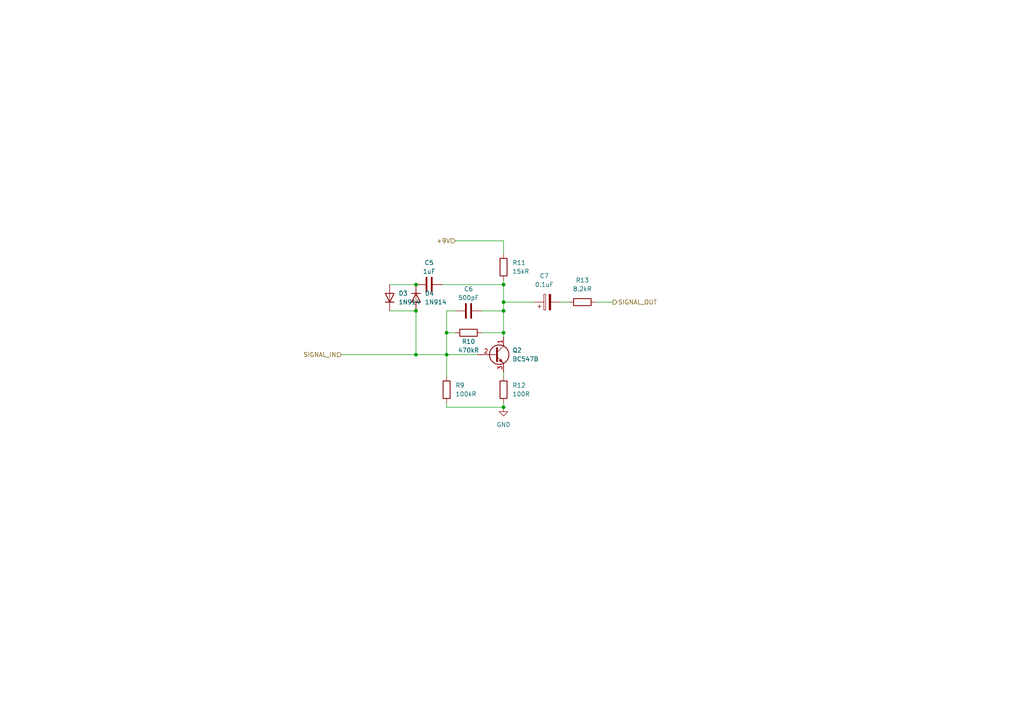
<source format=kicad_sch>
(kicad_sch (version 20211123) (generator eeschema)
  (paper "A4")
  (lib_symbols
    (symbol "Device:C" (pin_numbers hide) (pin_names (offset 0.254))
      (property "Reference" "C" (at 0.635 2.54 0))
      (property "Value" "C" (at 0.635 -2.54 0))
      (symbol "C_0_1"
        (polyline (pts (xy -2.032 -0.762) (xy 2.032 -0.762)) (stroke (width 0.508)))
        (polyline (pts (xy -2.032 0.762) (xy 2.032 0.762)) (stroke (width 0.508)))
      )
      (symbol "C_1_1"
        (pin passive line (at 0 3.81 270) (length 2.794) (name "~") (number "1"))
        (pin passive line (at 0 -3.81 90) (length 2.794) (name "~") (number "2"))
      )
    )
    (symbol "Device:C_Polarized" (pin_numbers hide) (pin_names (offset 0.254))
      (property "Reference" "C" (at 0.635 2.54 0))
      (property "Value" "C_Polarized" (at 0.635 -2.54 0))
      (symbol "C_Polarized_0_1"
        (rectangle (start -2.286 0.508) (end 2.286 1.016))
        (polyline (pts (xy -1.778 2.286) (xy -0.762 2.286)))
        (polyline (pts (xy -1.27 2.794) (xy -1.27 1.778)))
        (rectangle (start 2.286 -0.508) (end -2.286 -1.016) (fill (type outline)))
      )
      (symbol "C_Polarized_1_1"
        (pin passive line (at 0 3.81 270) (length 2.794) (name "~") (number "1"))
        (pin passive line (at 0 -3.81 90) (length 2.794) (name "~") (number "2"))
      )
    )
    (symbol "Device:D" (pin_numbers hide) (pin_names (offset 1.016) hide)
      (property "Reference" "D" (at 0 2.54 0))
      (property "Value" "D" (at 0 -2.54 0))
      (symbol "D_0_1"
        (polyline (pts (xy -1.27 1.27) (xy -1.27 -1.27)) (stroke (width 0.254)))
        (polyline (pts (xy 1.27 0) (xy -1.27 0)))
        (polyline (pts (xy 1.27 1.27) (xy 1.27 -1.27) (xy -1.27 0) (xy 1.27 1.27)) (stroke (width 0.254)))
      )
      (symbol "D_1_1"
        (pin passive line (at -3.81 0 0) (length 2.54) (name "K") (number "1"))
        (pin passive line (at 3.81 0 180) (length 2.54) (name "A") (number "2"))
      )
    )
    (symbol "Device:R" (pin_numbers hide) (pin_names (offset 0))
      (property "Reference" "R" (at 2.032 0 90))
      (property "Value" "R" (at 0 0 90))
      (symbol "R_0_1"
        (rectangle (start -1.016 -2.54) (end 1.016 2.54) (stroke (width 0.254)))
      )
      (symbol "R_1_1"
        (pin passive line (at 0 3.81 270) (length 1.27) (name "~") (number "1"))
        (pin passive line (at 0 -3.81 90) (length 1.27) (name "~") (number "2"))
      )
    )
    (symbol "Transistor_BJT:BC547" (pin_names (offset 0) hide)
      (property "Reference" "Q" (at 5.08 1.905 0))
      (property "Value" "BC547" (at 5.08 0 0))
      (symbol "BC547_0_1"
        (polyline (pts (xy 0 0) (xy 0.635 0)))
        (polyline (pts (xy 0.635 0.635) (xy 2.54 2.54)))
        (polyline (pts (xy 0.635 -0.635) (xy 2.54 -2.54) (xy 2.54 -2.54)))
        (polyline (pts (xy 0.635 1.905) (xy 0.635 -1.905) (xy 0.635 -1.905)) (stroke (width 0.508)))
        (polyline (pts (xy 1.27 -1.778) (xy 1.778 -1.27) (xy 2.286 -2.286) (xy 1.27 -1.778) (xy 1.27 -1.778)) (fill (type outline)))
        (circle (center 1.27 0) (radius 2.8194) (stroke (width 0.254)))
      )
      (symbol "BC547_1_1"
        (pin passive line (at 2.54 5.08 270) (length 2.54) (name "C") (number "1"))
        (pin input line (at -5.08 0 0) (length 5.08) (name "B") (number "2"))
        (pin passive line (at 2.54 -5.08 90) (length 2.54) (name "E") (number "3"))
      )
    )
    (symbol "power:GND" (power) (pin_names (offset 0))
      (property "Value" "GND" (at 0 -3.81 0))
      (symbol "GND_0_1"
        (polyline (pts (xy 0 0) (xy 0 -1.27) (xy 1.27 -1.27) (xy 0 -2.54) (xy -1.27 -1.27) (xy 0 -1.27)))
      )
      (symbol "GND_1_1"
        (pin power_in line (at 0 0 270) (length 0) hide (name "GND") (number "1"))
      )
    )
  )
  (junction (at 129.54 102.87))
  (junction (at 146.05 82.55))
  (junction (at 146.05 87.63))
  (junction (at 120.65 102.87))
  (junction (at 129.54 96.52))
  (junction (at 146.05 118.11))
  (junction (at 146.05 90.17))
  (junction (at 146.05 96.52))
  (junction (at 120.65 82.55))
  (junction (at 120.65 90.17))
  (wire (pts (xy 146.05 116.84) (xy 146.05 118.11)))
  (wire (pts (xy 146.05 81.28) (xy 146.05 82.55)))
  (wire (pts (xy 129.54 90.17) (xy 129.54 96.52)))
  (wire (pts (xy 146.05 73.66) (xy 146.05 69.85)))
  (wire (pts (xy 113.03 82.55) (xy 120.65 82.55)))
  (wire (pts (xy 120.65 102.87) (xy 129.54 102.87)))
  (wire (pts (xy 129.54 96.52) (xy 129.54 102.87)))
  (wire (pts (xy 146.05 107.95) (xy 146.05 109.22)))
  (wire (pts (xy 129.54 96.52) (xy 132.08 96.52)))
  (wire (pts (xy 132.08 90.17) (xy 129.54 90.17)))
  (wire (pts (xy 146.05 87.63) (xy 154.94 87.63)))
  (wire (pts (xy 146.05 87.63) (xy 146.05 90.17)))
  (wire (pts (xy 120.65 102.87) (xy 120.65 90.17)))
  (wire (pts (xy 139.7 96.52) (xy 146.05 96.52)))
  (wire (pts (xy 99.06 102.87) (xy 120.65 102.87)))
  (wire (pts (xy 129.54 102.87) (xy 129.54 109.22)))
  (wire (pts (xy 172.72 87.63) (xy 177.8 87.63)))
  (wire (pts (xy 146.05 96.52) (xy 146.05 97.79)))
  (wire (pts (xy 138.43 102.87) (xy 129.54 102.87)))
  (wire (pts (xy 132.08 69.85) (xy 146.05 69.85)))
  (wire (pts (xy 139.7 90.17) (xy 146.05 90.17)))
  (wire (pts (xy 113.03 90.17) (xy 120.65 90.17)))
  (wire (pts (xy 146.05 82.55) (xy 146.05 87.63)))
  (wire (pts (xy 129.54 118.11) (xy 146.05 118.11)))
  (wire (pts (xy 162.56 87.63) (xy 165.1 87.63)))
  (wire (pts (xy 146.05 90.17) (xy 146.05 96.52)))
  (wire (pts (xy 128.27 82.55) (xy 146.05 82.55)))
  (wire (pts (xy 129.54 116.84) (xy 129.54 118.11)))
  (hierarchical_label "SIGNAL_IN" (shape input) (at 99.06 102.87 180))
  (hierarchical_label "SIGNAL_OUT" (shape output) (at 177.8 87.63 0))
  (hierarchical_label "+9V" (shape input) (at 132.08 69.85 180))
  (symbol (lib_id "Device:C") (at 135.89 90.17 90) (unit 1)
    (property "Reference" "C6" (at 135.89 83.82 90))
    (property "Value" "500pF" (at 135.89 86.36 90))
  )
  (symbol (lib_id "Device:C") (at 124.46 82.55 90) (unit 1)
    (property "Reference" "C5" (at 124.46 76.2 90))
    (property "Value" "1uF" (at 124.46 78.74 90))
  )
  (symbol (lib_id "Device:R") (at 146.05 113.03 0) (unit 1)
    (property "Reference" "R12" (at 148.59 111.7599 0) (effects (justify left)))
    (property "Value" "100R" (at 148.59 114.2999 0) (effects (justify left)))
  )
  (symbol (lib_id "Device:R") (at 129.54 113.03 0) (unit 1)
    (property "Reference" "R9" (at 132.08 111.7599 0) (effects (justify left)))
    (property "Value" "100kR" (at 132.08 114.2999 0) (effects (justify left)))
  )
  (symbol (lib_id "Device:R") (at 168.91 87.63 90) (unit 1)
    (property "Reference" "R13" (at 168.91 81.28 90))
    (property "Value" "8.2kR" (at 168.91 83.82 90))
  )
  (symbol (lib_id "power:GND") (at 146.05 118.11 0) (unit 1)
    (property "Reference" "#PWR?" (effects hide))
    (property "Value" "GND" (at 146.05 123.19 0))
  )
  (symbol (lib_id "Device:R") (at 146.05 77.47 0) (unit 1)
    (property "Reference" "R11" (at 148.59 76.1999 0) (effects (justify left)))
    (property "Value" "15kR" (at 148.59 78.7399 0) (effects (justify left)))
  )
  (symbol (lib_id "Device:D") (at 120.65 86.36 270) (unit 1)
    (property "Reference" "D4" (at 123.19 85.0899 90) (effects (justify left)))
    (property "Value" "1N914" (at 123.19 87.6299 90) (effects (justify left)))
    (property "Footprint" "Diode_THT:D_DO-35_SOD27_P7.62mm_Horizontal" (effects hide))
  )
  (symbol (lib_id "Transistor_BJT:BC547") (at 143.51 102.87 0) (unit 1)
    (property "Reference" "Q2" (at 148.59 101.5999 0) (effects (justify left)))
    (property "Value" "BC547B" (at 148.59 104.1399 0) (effects (justify left)))
    (property "Footprint" "Package_TO_SOT_THT:TO-92_Inline" (effects hide))
    (property "Datasheet" "https://www.onsemi.com/pub/Collateral/BC550-D.pdf" (effects hide))
  )
  (symbol (lib_id "Device:D") (at 113.03 86.36 90) (unit 1)
    (property "Reference" "D3" (at 115.57 85.0899 90) (effects (justify right)))
    (property "Value" "1N914" (at 115.57 87.6299 90) (effects (justify right)))
    (property "Footprint" "Diode_THT:D_DO-35_SOD27_P7.62mm_Horizontal" (effects hide))
  )
  (symbol (lib_id "Device:R") (at 135.89 96.52 90) (unit 1)
    (property "Reference" "R10" (at 135.89 99.06 90))
    (property "Value" "470kR" (at 135.89 101.6 90))
  )
  (symbol (lib_id "Device:C_Polarized") (at 158.75 87.63 90) (unit 1)
    (property "Reference" "C7" (at 157.861 80.01 90))
    (property "Value" "0.1uF" (at 157.861 82.55 90))
  )
)
</source>
